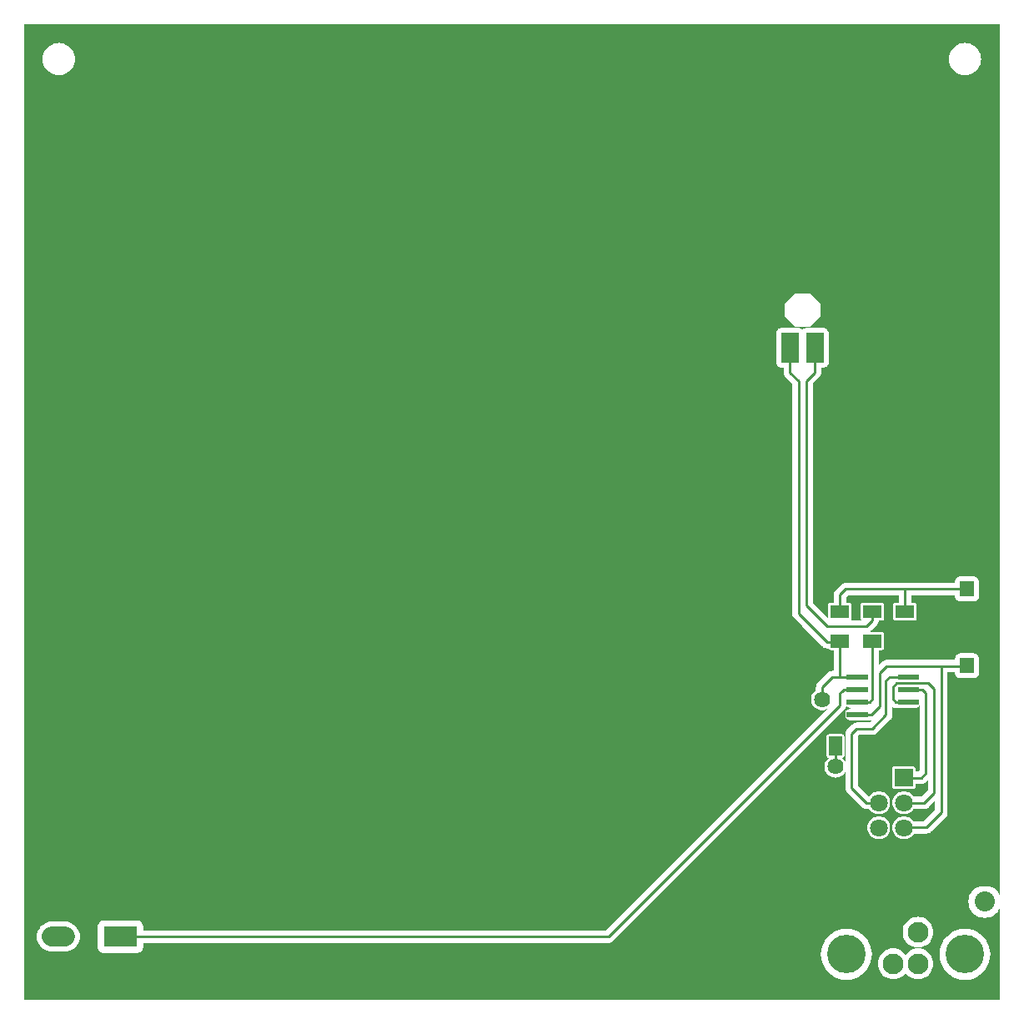
<source format=gbl>
G04 start of page 2 for group 10 layer_idx 1 *
G04 Title: (unknown), bottom_copper *
G04 Creator: pcb-rnd 3.1.4-dev *
G04 CreationDate: 2024-02-06 06:50:57 UTC *
G04 For: STEM4ukraine *
G04 Format: Gerber/RS-274X *
G04 PCB-Dimensions: 393701 393701 *
G04 PCB-Coordinate-Origin: lower left *
%MOIN*%
%FSLAX25Y25*%
%LNBOTTOM_COPPER_NONE_10*%
%ADD35C,0.1220*%
%ADD34C,0.0394*%
%ADD33C,0.0362*%
%ADD32C,0.0906*%
%ADD31C,0.0315*%
%ADD30C,0.0787*%
%ADD29C,0.0709*%
%ADD28C,0.0827*%
%ADD27C,0.1535*%
%ADD26C,0.0640*%
%ADD25C,0.0800*%
%ADD24C,0.0100*%
%ADD23C,0.0001*%
G54D23*G36*
X320998Y143183D02*X321061Y143109D01*
X321361Y142853D01*
X321361Y142853D01*
X321696Y142648D01*
X321988Y142526D01*
X322060Y142497D01*
X322152Y142475D01*
X322442Y142405D01*
X322835Y142374D01*
X322933Y142382D01*
X323269D01*
X323319Y142262D01*
X323401Y142128D01*
X323503Y142008D01*
X323623Y141906D01*
X323757Y141823D01*
X323903Y141763D01*
X324056Y141726D01*
X324213Y141714D01*
X324252Y141717D01*
X325453D01*
Y133406D01*
X324901D01*
X324803Y133413D01*
X324411Y133382D01*
X324028Y133290D01*
X323665Y133140D01*
X323329Y132934D01*
X323030Y132679D01*
X322966Y132604D01*
X319168Y128806D01*
X319093Y128742D01*
X318837Y128442D01*
X318632Y128107D01*
X318481Y127743D01*
X318389Y127361D01*
X318389Y127361D01*
X318358Y126969D01*
X318366Y126871D01*
Y125676D01*
X318272Y125618D01*
X317745Y125168D01*
X317295Y124641D01*
X316934Y124051D01*
X316669Y123411D01*
X316507Y122738D01*
X316453Y122047D01*
X316507Y121357D01*
X316669Y120683D01*
X316934Y120044D01*
X317295Y119453D01*
X317745Y118926D01*
X318272Y118477D01*
X318862Y118115D01*
X319502Y117850D01*
X320176Y117688D01*
X320866Y117634D01*
X321557Y117688D01*
X322230Y117850D01*
X322831Y118098D01*
X312992Y108260D01*
Y151189D01*
X320998Y143183D01*
G37*
G36*
X377943Y1969D02*Y9871D01*
X377953Y9870D01*
X379550Y9996D01*
X381107Y10370D01*
X382587Y10983D01*
X383953Y11820D01*
X385171Y12860D01*
X386212Y14078D01*
X387049Y15444D01*
X387662Y16924D01*
X388036Y18482D01*
X388130Y20079D01*
X388036Y21676D01*
X387662Y23233D01*
X387049Y24713D01*
X386212Y26079D01*
X385171Y27297D01*
X383953Y28338D01*
X382587Y29175D01*
X381107Y29788D01*
X379550Y30162D01*
X377953Y30287D01*
X377943Y30287D01*
Y130480D01*
X381418D01*
X381496Y130474D01*
X381809Y130499D01*
X381810Y130499D01*
X382116Y130572D01*
X382407Y130693D01*
X382675Y130857D01*
X382915Y131062D01*
X383119Y131301D01*
X383284Y131570D01*
X383404Y131860D01*
X383478Y132166D01*
X383502Y132480D01*
X383496Y132559D01*
Y138307D01*
X383502Y138386D01*
X383478Y138700D01*
X383404Y139006D01*
X383284Y139297D01*
X383119Y139565D01*
X382915Y139804D01*
X382675Y140009D01*
X382407Y140173D01*
X382116Y140294D01*
X381810Y140367D01*
X381496Y140392D01*
X381418Y140386D01*
X377943D01*
Y161189D01*
X381418D01*
X381496Y161183D01*
X381809Y161207D01*
X381810Y161208D01*
X382116Y161281D01*
X382407Y161401D01*
X382675Y161566D01*
X382915Y161770D01*
X383119Y162010D01*
X383284Y162278D01*
X383404Y162569D01*
X383478Y162875D01*
X383502Y163189D01*
X383496Y163267D01*
Y169016D01*
X383502Y169094D01*
X383478Y169408D01*
X383404Y169714D01*
X383284Y170005D01*
X383119Y170274D01*
X382915Y170513D01*
X382675Y170718D01*
X382407Y170882D01*
X382116Y171002D01*
X381810Y171076D01*
X381496Y171101D01*
X381418Y171094D01*
X377943D01*
Y371497D01*
X377953Y371496D01*
X378963Y371575D01*
X379948Y371812D01*
X380884Y372200D01*
X381748Y372729D01*
X382518Y373387D01*
X383176Y374158D01*
X383706Y375021D01*
X384094Y375957D01*
X384330Y376943D01*
X384390Y377953D01*
X384330Y378963D01*
X384094Y379948D01*
X383706Y380884D01*
X383176Y381748D01*
X382518Y382518D01*
X381748Y383176D01*
X380884Y383706D01*
X379948Y384094D01*
X378963Y384330D01*
X377953Y384410D01*
X377943Y384409D01*
Y391732D01*
X391732D01*
Y43909D01*
X391636Y44141D01*
X391102Y45013D01*
X390437Y45791D01*
X389659Y46456D01*
X388787Y46991D01*
X387842Y47382D01*
X386847Y47621D01*
X385827Y47701D01*
X384807Y47621D01*
X383812Y47382D01*
X382867Y46991D01*
X381994Y46456D01*
X381216Y45791D01*
X380552Y45013D01*
X380017Y44141D01*
X379626Y43196D01*
X379387Y42201D01*
X379307Y41181D01*
X379387Y40161D01*
X379626Y39166D01*
X380017Y38221D01*
X380552Y37349D01*
X381216Y36571D01*
X381994Y35906D01*
X382867Y35372D01*
X383812Y34980D01*
X384807Y34741D01*
X385827Y34661D01*
X386847Y34741D01*
X387842Y34980D01*
X388787Y35372D01*
X389659Y35906D01*
X390437Y36571D01*
X391102Y37349D01*
X391636Y38221D01*
X391732Y38453D01*
Y1969D01*
X377943D01*
G37*
G36*
X376063Y171094D02*X375984Y171101D01*
X375671Y171076D01*
X375670Y171076D01*
X375364Y171002D01*
X375073Y170882D01*
X374805Y170718D01*
X374566Y170513D01*
X374361Y170274D01*
X374197Y170005D01*
X374076Y169714D01*
X374003Y169408D01*
X373978Y169094D01*
X373984Y169016D01*
Y168642D01*
X354035D01*
X353937Y168649D01*
X353839Y168642D01*
X330413D01*
X330315Y168649D01*
X329923Y168619D01*
X329540Y168527D01*
X329176Y168376D01*
X328841Y168171D01*
X328542Y167915D01*
X328478Y167840D01*
X326253Y165616D01*
X326179Y165552D01*
X325923Y165252D01*
X325717Y164917D01*
X325567Y164553D01*
X325475Y164171D01*
X325475Y164170D01*
X325444Y163779D01*
X325452Y163681D01*
Y160645D01*
X324252D01*
X324213Y160648D01*
X324056Y160636D01*
X324056Y160636D01*
X323903Y160599D01*
X323757Y160539D01*
X323623Y160457D01*
X323503Y160354D01*
X323401Y160235D01*
X323319Y160100D01*
X323259Y159955D01*
X323222Y159802D01*
X323210Y159645D01*
X323213Y159606D01*
Y154566D01*
X323210Y154527D01*
X323222Y154370D01*
X323222Y154370D01*
X323235Y154316D01*
X317067Y160484D01*
Y248177D01*
X319691Y250801D01*
X319765Y250865D01*
X320021Y251164D01*
X320021Y251164D01*
X320227Y251499D01*
X320377Y251863D01*
X320469Y252246D01*
X320500Y252638D01*
X320492Y252736D01*
Y254654D01*
X321339D01*
X321417Y254647D01*
X321731Y254672D01*
X321731Y254672D01*
X322037Y254746D01*
X322328Y254866D01*
X322597Y255031D01*
X322836Y255235D01*
X323040Y255474D01*
X323205Y255743D01*
X323325Y256034D01*
X323399Y256340D01*
X323423Y256654D01*
X323417Y256732D01*
Y268386D01*
X323423Y268465D01*
X323399Y268778D01*
X323325Y269085D01*
X323205Y269375D01*
X323040Y269644D01*
X322836Y269883D01*
X322597Y270088D01*
X322328Y270252D01*
X322037Y270373D01*
X321731Y270446D01*
X321417Y270471D01*
X321339Y270465D01*
X314606D01*
X314528Y270471D01*
X314214Y270446D01*
X314214Y270446D01*
X313908Y270373D01*
X313617Y270252D01*
X313348Y270088D01*
X313109Y269883D01*
X312992Y269746D01*
Y270866D01*
X316142D01*
X320079Y275197D01*
Y279921D01*
X316142Y284252D01*
X312992D01*
Y391732D01*
X377943D01*
Y384409D01*
X376943Y384330D01*
X375957Y384094D01*
X375021Y383706D01*
X374158Y383176D01*
X373387Y382518D01*
X372729Y381748D01*
X372200Y380884D01*
X371812Y379948D01*
X371575Y378963D01*
X371496Y377953D01*
X371575Y376943D01*
X371812Y375957D01*
X372200Y375021D01*
X372729Y374158D01*
X373387Y373387D01*
X374158Y372729D01*
X375021Y372200D01*
X375957Y371812D01*
X376943Y371575D01*
X377943Y371497D01*
Y171094D01*
X376063D01*
G37*
G36*
Y140386D02*X375984Y140392D01*
X375671Y140367D01*
X375670Y140367D01*
X375364Y140294D01*
X375073Y140173D01*
X374805Y140009D01*
X374566Y139804D01*
X374361Y139565D01*
X374197Y139297D01*
X374076Y139006D01*
X374003Y138700D01*
X373978Y138386D01*
X373984Y138307D01*
Y137795D01*
X357432D01*
X357282Y137831D01*
X356890Y137862D01*
X356497Y137831D01*
X356348Y137795D01*
X346555D01*
X346163Y137772D01*
X345780Y137680D01*
X345417Y137530D01*
X345081Y137324D01*
X344782Y137068D01*
X344707Y136980D01*
X344689Y136965D01*
X343543Y135819D01*
Y141717D01*
X344646D01*
X344685Y141714D01*
X344842Y141726D01*
X344842Y141726D01*
X344995Y141763D01*
X345140Y141823D01*
X345274Y141906D01*
X345394Y142008D01*
X345496Y142128D01*
X345579Y142262D01*
X345639Y142407D01*
X345676Y142560D01*
X345688Y142717D01*
X345685Y142756D01*
Y147796D01*
X345688Y147835D01*
X345676Y147992D01*
X345676Y147992D01*
X345639Y148145D01*
X345579Y148290D01*
X345496Y148425D01*
X345394Y148544D01*
X345274Y148647D01*
X345140Y148729D01*
X344995Y148789D01*
X344842Y148826D01*
X344685Y148838D01*
X344646Y148835D01*
X339452D01*
X339721Y148947D01*
X340057Y149152D01*
X340356Y149408D01*
X340420Y149483D01*
X342643Y151706D01*
X342718Y151770D01*
X342974Y152069D01*
X343179Y152405D01*
X343330Y152768D01*
X343422Y153151D01*
X343451Y153527D01*
X344646D01*
X344685Y153524D01*
X344842Y153536D01*
X344842Y153536D01*
X344995Y153573D01*
X345140Y153633D01*
X345274Y153716D01*
X345394Y153818D01*
X345496Y153938D01*
X345579Y154072D01*
X345639Y154217D01*
X345676Y154370D01*
X345688Y154527D01*
X345685Y154566D01*
Y159606D01*
X345688Y159645D01*
X345676Y159802D01*
X345676Y159802D01*
X345639Y159955D01*
X345579Y160100D01*
X345496Y160235D01*
X345394Y160354D01*
X345274Y160457D01*
X345140Y160539D01*
X344995Y160599D01*
X344842Y160636D01*
X344685Y160648D01*
X344646Y160645D01*
X337244D01*
X337205Y160648D01*
X337048Y160636D01*
X337048Y160636D01*
X336895Y160599D01*
X336749Y160539D01*
X336615Y160457D01*
X336496Y160354D01*
X336393Y160235D01*
X336311Y160100D01*
X336251Y159955D01*
X336214Y159802D01*
X336202Y159645D01*
X336205Y159606D01*
Y154566D01*
X336202Y154527D01*
X336214Y154370D01*
X336214Y154370D01*
X336251Y154217D01*
X336311Y154072D01*
X336393Y153938D01*
X336496Y153818D01*
X336615Y153716D01*
X336672Y153681D01*
X332226D01*
X332282Y153716D01*
X332402Y153818D01*
X332504Y153938D01*
X332587Y154072D01*
X332647Y154217D01*
X332683Y154370D01*
X332696Y154527D01*
X332693Y154566D01*
Y159606D01*
X332696Y159645D01*
X332684Y159802D01*
X332683Y159802D01*
X332647Y159955D01*
X332587Y160100D01*
X332504Y160235D01*
X332402Y160354D01*
X332282Y160457D01*
X332148Y160539D01*
X332003Y160599D01*
X331850Y160636D01*
X331693Y160648D01*
X331654Y160645D01*
X330452D01*
Y162743D01*
X331350Y163642D01*
X351437D01*
Y160645D01*
X350236D01*
X350197Y160648D01*
X350040Y160635D01*
X350040Y160635D01*
X349887Y160599D01*
X349742Y160538D01*
X349607Y160456D01*
X349488Y160354D01*
X349385Y160234D01*
X349303Y160100D01*
X349243Y159955D01*
X349206Y159802D01*
X349194Y159645D01*
X349197Y159605D01*
Y154566D01*
X349194Y154527D01*
X349206Y154370D01*
X349206Y154370D01*
X349243Y154217D01*
X349303Y154071D01*
X349385Y153937D01*
X349488Y153817D01*
X349607Y153715D01*
X349742Y153633D01*
X349887Y153573D01*
X350040Y153536D01*
X350197Y153524D01*
X350236Y153527D01*
X357638D01*
X357677Y153524D01*
X357834Y153536D01*
X357834Y153536D01*
X357987Y153573D01*
X358132Y153633D01*
X358267Y153715D01*
X358386Y153817D01*
X358489Y153937D01*
X358571Y154071D01*
X358631Y154217D01*
X358668Y154370D01*
X358680Y154527D01*
X358677Y154566D01*
Y159605D01*
X358680Y159645D01*
X358668Y159801D01*
X358668Y159802D01*
X358631Y159955D01*
X358571Y160100D01*
X358489Y160234D01*
X358386Y160354D01*
X358267Y160456D01*
X358132Y160538D01*
X357987Y160599D01*
X357834Y160635D01*
X357677Y160648D01*
X357638Y160645D01*
X356437D01*
Y163642D01*
X373984D01*
Y163267D01*
X373978Y163189D01*
X374003Y162875D01*
X374076Y162569D01*
X374197Y162278D01*
X374361Y162010D01*
X374566Y161770D01*
X374805Y161566D01*
X375073Y161401D01*
X375364Y161281D01*
X375670Y161208D01*
X375984Y161183D01*
X376063Y161189D01*
X377943D01*
Y140386D01*
X376063D01*
G37*
G36*
X330599Y114489D02*X330672Y114483D01*
X330904Y114211D01*
X331203Y113955D01*
X331539Y113750D01*
X331902Y113599D01*
X332285Y113507D01*
X332677Y113484D01*
X340500D01*
X339752Y112736D01*
X334744D01*
X334646Y112744D01*
X334253Y112713D01*
X333871Y112621D01*
X333507Y112471D01*
X333172Y112265D01*
X332872Y112009D01*
X332809Y111935D01*
X330979Y110105D01*
X330904Y110041D01*
X330648Y109742D01*
X330535Y109557D01*
Y114504D01*
X330599Y114489D01*
G37*
G36*
Y119489D02*X330672Y119483D01*
X330904Y119211D01*
X331203Y118955D01*
X331539Y118750D01*
X331902Y118599D01*
X332285Y118507D01*
X332677Y118484D01*
X339594D01*
X339594Y118484D01*
X332677D01*
X332285Y118461D01*
X331902Y118369D01*
X331539Y118219D01*
X331203Y118013D01*
X330904Y117757D01*
X330672Y117485D01*
X330599Y117480D01*
X330599Y117480D01*
X330535Y117464D01*
Y119504D01*
X330599Y119489D01*
G37*
G36*
X354912Y76374D02*X355573Y76648D01*
X356183Y77022D01*
X356726Y77486D01*
X357191Y78030D01*
X357300Y78209D01*
X361516D01*
X361614Y78201D01*
X362006Y78232D01*
X362006Y78232D01*
X362389Y78324D01*
X362753Y78474D01*
X363088Y78680D01*
X363387Y78935D01*
X363451Y79010D01*
X366004Y81563D01*
Y77807D01*
X361563Y73366D01*
X357204D01*
X357191Y73387D01*
X356726Y73931D01*
X356183Y74396D01*
X355573Y74769D01*
X354912Y75043D01*
X354243Y75204D01*
Y76214D01*
X354912Y76374D01*
G37*
G36*
X357071Y86102D02*X357110Y86099D01*
X357267Y86112D01*
X357267Y86112D01*
X357420Y86148D01*
X357566Y86209D01*
X357700Y86291D01*
X357820Y86393D01*
X357922Y86513D01*
X358004Y86647D01*
X358064Y86792D01*
X358101Y86945D01*
X358113Y87102D01*
X358110Y87142D01*
Y88209D01*
X360296D01*
X360394Y88201D01*
X360786Y88232D01*
X360786Y88232D01*
X361169Y88324D01*
X361532Y88474D01*
X361868Y88680D01*
X362167Y88935D01*
X362231Y89010D01*
X363051Y89831D01*
Y85681D01*
X360579Y83209D01*
X357300D01*
X357191Y83387D01*
X356726Y83931D01*
X356183Y84396D01*
X355573Y84769D01*
X354912Y85043D01*
X354243Y85204D01*
Y86102D01*
X357071D01*
G37*
G36*
X357677Y118484D02*X358069Y118507D01*
X358452Y118599D01*
X358816Y118750D01*
X359151Y118955D01*
X359450Y119211D01*
X359683Y119483D01*
X359755Y119489D01*
X359756Y119489D01*
X359803Y119500D01*
Y93654D01*
X359358Y93209D01*
X358110D01*
Y94276D01*
X358113Y94315D01*
X358101Y94472D01*
X358101Y94472D01*
X358064Y94625D01*
X358004Y94770D01*
X357922Y94905D01*
X357820Y95024D01*
X357700Y95126D01*
X357566Y95209D01*
X357420Y95269D01*
X357267Y95306D01*
X357110Y95318D01*
X357071Y95315D01*
X354243D01*
Y118484D01*
X357677D01*
G37*
G36*
X354243Y1969D02*Y12645D01*
X354252Y12656D01*
X354823Y11988D01*
X355557Y11361D01*
X356380Y10856D01*
X357272Y10487D01*
X358211Y10262D01*
X359173Y10186D01*
X360136Y10262D01*
X361075Y10487D01*
X361967Y10856D01*
X362790Y11361D01*
X363524Y11988D01*
X364151Y12722D01*
X364655Y13545D01*
X365025Y14437D01*
X365250Y15376D01*
X365307Y16339D01*
X365250Y17301D01*
X365025Y18240D01*
X364655Y19132D01*
X364151Y19955D01*
X363524Y20689D01*
X362790Y21316D01*
X361967Y21821D01*
X361075Y22190D01*
X360136Y22416D01*
X359173Y22491D01*
X358211Y22416D01*
X357272Y22190D01*
X356380Y21821D01*
X355557Y21316D01*
X354823Y20689D01*
X354252Y20021D01*
X354243Y20032D01*
Y25265D01*
X354823Y24586D01*
X355557Y23959D01*
X356380Y23455D01*
X357272Y23085D01*
X358211Y22860D01*
X359173Y22784D01*
X360136Y22860D01*
X361075Y23085D01*
X361967Y23455D01*
X362790Y23959D01*
X363524Y24586D01*
X364151Y25320D01*
X364655Y26144D01*
X365025Y27036D01*
X365250Y27974D01*
X365307Y28937D01*
X365250Y29900D01*
X365025Y30838D01*
X364655Y31730D01*
X364151Y32554D01*
X363524Y33288D01*
X362790Y33915D01*
X361967Y34419D01*
X361075Y34789D01*
X360136Y35014D01*
X359173Y35090D01*
X358211Y35014D01*
X357272Y34789D01*
X356380Y34419D01*
X355557Y33915D01*
X354823Y33288D01*
X354243Y32609D01*
Y66214D01*
X354912Y66374D01*
X355573Y66648D01*
X356183Y67022D01*
X356726Y67486D01*
X357191Y68030D01*
X357397Y68366D01*
X362500D01*
X362598Y68358D01*
X362991Y68389D01*
X362991Y68389D01*
X363373Y68481D01*
X363737Y68632D01*
X364072Y68837D01*
X364372Y69093D01*
X364436Y69168D01*
X370202Y74935D01*
X370277Y74998D01*
X370533Y75298D01*
X370738Y75633D01*
X370889Y75997D01*
X370981Y76379D01*
X371012Y76772D01*
X371004Y76870D01*
Y132795D01*
X373984D01*
Y132559D01*
X373978Y132480D01*
X374003Y132166D01*
X374076Y131860D01*
X374197Y131570D01*
X374361Y131301D01*
X374566Y131062D01*
X374805Y130857D01*
X375073Y130693D01*
X375364Y130572D01*
X375670Y130499D01*
X375984Y130474D01*
X376063Y130480D01*
X377943D01*
Y30287D01*
X376356Y30162D01*
X374798Y29788D01*
X373318Y29175D01*
X371952Y28338D01*
X370734Y27297D01*
X369694Y26079D01*
X368857Y24713D01*
X368244Y23233D01*
X367870Y21676D01*
X367744Y20079D01*
X367870Y18482D01*
X368244Y16924D01*
X368857Y15444D01*
X369694Y14078D01*
X370734Y12860D01*
X371952Y11820D01*
X373318Y10983D01*
X374798Y10370D01*
X376356Y9996D01*
X377943Y9871D01*
Y1969D01*
X354243D01*
G37*
G36*
X343504Y76151D02*X344217Y76207D01*
X344912Y76374D01*
X345573Y76648D01*
X346183Y77022D01*
X346726Y77486D01*
X347191Y78030D01*
X347565Y78640D01*
X347838Y79300D01*
X348005Y79996D01*
X348047Y80709D01*
X348005Y81422D01*
X347838Y82117D01*
X347565Y82778D01*
X347191Y83387D01*
X346726Y83931D01*
X346183Y84396D01*
X345573Y84769D01*
X344912Y85043D01*
X344217Y85210D01*
X343504Y85266D01*
X343497Y85265D01*
Y109410D01*
X348057Y113970D01*
X348131Y114034D01*
X348387Y114333D01*
X348387Y114333D01*
X348593Y114669D01*
X348743Y115032D01*
X348835Y115415D01*
X348866Y115807D01*
X348858Y115905D01*
Y118921D01*
X349137Y118750D01*
X349501Y118599D01*
X349883Y118507D01*
X349883D01*
X350276Y118477D01*
X350374Y118484D01*
X354243D01*
Y95315D01*
X349937D01*
X349898Y95318D01*
X349741Y95306D01*
X349741Y95306D01*
X349588Y95269D01*
X349442Y95209D01*
X349308Y95126D01*
X349188Y95024D01*
X349086Y94905D01*
X349004Y94770D01*
X348944Y94625D01*
X348907Y94472D01*
X348895Y94315D01*
X348898Y94276D01*
Y87142D01*
X348895Y87102D01*
X348907Y86946D01*
X348907Y86945D01*
X348944Y86792D01*
X349004Y86647D01*
X349086Y86513D01*
X349188Y86393D01*
X349308Y86291D01*
X349442Y86209D01*
X349588Y86148D01*
X349741Y86112D01*
X349898Y86099D01*
X349937Y86102D01*
X354243D01*
Y85204D01*
X354217Y85210D01*
X353504Y85266D01*
X352791Y85210D01*
X352096Y85043D01*
X351435Y84769D01*
X350825Y84396D01*
X350281Y83931D01*
X349817Y83387D01*
X349443Y82778D01*
X349170Y82117D01*
X349003Y81422D01*
X348947Y80709D01*
X349003Y79996D01*
X349170Y79300D01*
X349443Y78640D01*
X349817Y78030D01*
X350281Y77486D01*
X350825Y77022D01*
X351435Y76648D01*
X352096Y76374D01*
X352791Y76207D01*
X353504Y76151D01*
X354217Y76207D01*
X354243Y76214D01*
Y75204D01*
X354217Y75210D01*
X353504Y75266D01*
X352791Y75210D01*
X352096Y75043D01*
X351435Y74769D01*
X350825Y74396D01*
X350281Y73931D01*
X349817Y73387D01*
X349443Y72778D01*
X349170Y72117D01*
X349003Y71422D01*
X348947Y70709D01*
X349003Y69996D01*
X349170Y69300D01*
X349443Y68640D01*
X349817Y68030D01*
X350281Y67486D01*
X350825Y67022D01*
X351435Y66648D01*
X352096Y66374D01*
X352791Y66207D01*
X353504Y66151D01*
X354217Y66207D01*
X354243Y66214D01*
Y32609D01*
X354196Y32554D01*
X353691Y31730D01*
X353322Y30838D01*
X353096Y29900D01*
X353020Y28937D01*
X353096Y27974D01*
X353322Y27036D01*
X353691Y26144D01*
X354196Y25320D01*
X354243Y25265D01*
Y20032D01*
X353681Y20689D01*
X352947Y21316D01*
X352124Y21821D01*
X351232Y22190D01*
X350293Y22416D01*
X349331Y22491D01*
X348368Y22416D01*
X347429Y22190D01*
X346537Y21821D01*
X345714Y21316D01*
X344980Y20689D01*
X344353Y19955D01*
X343849Y19132D01*
X343497Y18283D01*
Y66152D01*
X343504Y66151D01*
X344217Y66207D01*
X344912Y66374D01*
X345573Y66648D01*
X346183Y67022D01*
X346726Y67486D01*
X347191Y68030D01*
X347565Y68640D01*
X347838Y69300D01*
X348005Y69996D01*
X348047Y70709D01*
X348005Y71422D01*
X347838Y72117D01*
X347565Y72778D01*
X347191Y73387D01*
X346726Y73931D01*
X346183Y74396D01*
X345573Y74769D01*
X344912Y75043D01*
X344217Y75210D01*
X343504Y75266D01*
X343497Y75265D01*
Y76152D01*
X343504Y76151D01*
G37*
G36*
X343497Y1969D02*Y14394D01*
X343849Y13545D01*
X344353Y12722D01*
X344980Y11988D01*
X345714Y11361D01*
X346537Y10856D01*
X347429Y10487D01*
X348368Y10262D01*
X349331Y10186D01*
X350293Y10262D01*
X351232Y10487D01*
X352124Y10856D01*
X352947Y11361D01*
X353681Y11988D01*
X354243Y12645D01*
Y1969D01*
X343497D01*
G37*
G36*
X342791Y85210D02*X342096Y85043D01*
X341435Y84769D01*
X340825Y84396D01*
X340281Y83931D01*
X339817Y83387D01*
X339707Y83209D01*
X339618D01*
X335177Y87650D01*
Y107232D01*
X335681Y107736D01*
X340690D01*
X340787Y107729D01*
X341179Y107759D01*
X341180Y107759D01*
X341562Y107851D01*
X341926Y108002D01*
X342261Y108207D01*
X342561Y108463D01*
X342624Y108538D01*
X343497Y109410D01*
Y85265D01*
X342791Y85210D01*
G37*
G36*
X330535Y1969D02*Y9871D01*
X330551Y9870D01*
X332148Y9996D01*
X333706Y10370D01*
X335186Y10983D01*
X336552Y11820D01*
X337770Y12860D01*
X338810Y14078D01*
X339647Y15444D01*
X340260Y16924D01*
X340634Y18482D01*
X340728Y20079D01*
X340634Y21676D01*
X340260Y23233D01*
X339647Y24713D01*
X338810Y26079D01*
X337770Y27297D01*
X336552Y28338D01*
X335186Y29175D01*
X333706Y29788D01*
X332148Y30162D01*
X330551Y30287D01*
X330535Y30286D01*
Y85324D01*
X330648Y85140D01*
X330904Y84841D01*
X330979Y84777D01*
X336746Y79010D01*
X336809Y78935D01*
X337109Y78680D01*
X337109Y78680D01*
X337444Y78474D01*
X337657Y78386D01*
X337808Y78324D01*
X337900Y78302D01*
X338190Y78232D01*
X338583Y78201D01*
X338681Y78209D01*
X339707D01*
X339817Y78030D01*
X340281Y77486D01*
X340825Y77022D01*
X341435Y76648D01*
X342096Y76374D01*
X342791Y76207D01*
X343497Y76152D01*
Y75265D01*
X342791Y75210D01*
X342096Y75043D01*
X341435Y74769D01*
X340825Y74396D01*
X340281Y73931D01*
X339817Y73387D01*
X339443Y72778D01*
X339170Y72117D01*
X339003Y71422D01*
X338947Y70709D01*
X339003Y69996D01*
X339170Y69300D01*
X339443Y68640D01*
X339817Y68030D01*
X340281Y67486D01*
X340825Y67022D01*
X341435Y66648D01*
X342096Y66374D01*
X342791Y66207D01*
X343497Y66152D01*
Y18283D01*
X343479Y18240D01*
X343254Y17301D01*
X343178Y16339D01*
X343254Y15376D01*
X343479Y14437D01*
X343497Y14394D01*
Y1969D01*
X330535D01*
G37*
G36*
X312992D02*Y101189D01*
X329651Y117848D01*
X329726Y117912D01*
X329982Y118211D01*
X330187Y118547D01*
X330338Y118910D01*
X330430Y119293D01*
X330449Y119538D01*
X330449Y119537D01*
X330522Y119507D01*
X330535Y119504D01*
Y117464D01*
X330522Y117461D01*
X330449Y117431D01*
X330382Y117390D01*
X330323Y117339D01*
X330271Y117279D01*
X330230Y117212D01*
X330200Y117139D01*
X330182Y117063D01*
X330176Y116984D01*
X330177Y116965D01*
Y116082D01*
X330169Y115984D01*
X330177Y115886D01*
Y115004D01*
X330176Y114984D01*
X330182Y114906D01*
X330182Y114906D01*
X330200Y114829D01*
X330230Y114757D01*
X330271Y114689D01*
X330323Y114630D01*
X330382Y114578D01*
X330449Y114537D01*
X330522Y114507D01*
X330535Y114504D01*
Y109557D01*
X330443Y109406D01*
X330292Y109043D01*
X330200Y108660D01*
X330200Y108660D01*
X330169Y108268D01*
X330177Y108170D01*
Y96931D01*
X330114Y97083D01*
X329752Y97673D01*
X329302Y98200D01*
X328823Y98610D01*
X328897Y98616D01*
X328898Y98616D01*
X329051Y98652D01*
X329196Y98713D01*
X329330Y98795D01*
X329450Y98897D01*
X329552Y99017D01*
X329634Y99151D01*
X329695Y99296D01*
X329731Y99450D01*
X329744Y99606D01*
X329741Y99646D01*
Y107047D01*
X329744Y107086D01*
X329731Y107243D01*
X329731Y107243D01*
X329695Y107396D01*
X329634Y107542D01*
X329552Y107676D01*
X329450Y107796D01*
X329330Y107898D01*
X329196Y107980D01*
X329051Y108040D01*
X328898Y108077D01*
X328741Y108090D01*
X328701Y108086D01*
X323662D01*
X323623Y108090D01*
X323466Y108077D01*
X323466Y108077D01*
X323313Y108040D01*
X323167Y107980D01*
X323033Y107898D01*
X322913Y107796D01*
X322811Y107676D01*
X322729Y107542D01*
X322669Y107396D01*
X322632Y107243D01*
X322620Y107086D01*
X322623Y107047D01*
Y99646D01*
X322620Y99606D01*
X322632Y99450D01*
X322632Y99450D01*
X322669Y99296D01*
X322729Y99151D01*
X322811Y99017D01*
X322913Y98897D01*
X323033Y98795D01*
X323167Y98713D01*
X323313Y98652D01*
X323466Y98616D01*
X323540Y98610D01*
X323061Y98200D01*
X322611Y97673D01*
X322249Y97083D01*
X321984Y96443D01*
X321822Y95770D01*
X321768Y95079D01*
X321822Y94389D01*
X321984Y93715D01*
X322249Y93076D01*
X322611Y92485D01*
X323061Y91958D01*
X323587Y91509D01*
X324178Y91147D01*
X324818Y90882D01*
X325491Y90720D01*
X326182Y90666D01*
X326872Y90720D01*
X327545Y90882D01*
X328185Y91147D01*
X328776Y91509D01*
X329302Y91958D01*
X329752Y92485D01*
X330114Y93076D01*
X330177Y93228D01*
Y86712D01*
X330169Y86614D01*
X330200Y86222D01*
Y86222D01*
X330292Y85839D01*
X330443Y85476D01*
X330535Y85324D01*
Y30286D01*
X328954Y30162D01*
X327397Y29788D01*
X325917Y29175D01*
X324551Y28338D01*
X323333Y27297D01*
X322292Y26079D01*
X321455Y24713D01*
X320842Y23233D01*
X320468Y21676D01*
X320343Y20079D01*
X320468Y18482D01*
X320842Y16924D01*
X321455Y15444D01*
X322292Y14078D01*
X323333Y12860D01*
X324551Y11820D01*
X325917Y10983D01*
X327397Y10370D01*
X328954Y9996D01*
X330535Y9871D01*
Y1969D01*
X312992D01*
G37*
G36*
X312972Y269723D02*X312836Y269883D01*
X312597Y270088D01*
X312328Y270252D01*
X312037Y270373D01*
X311731Y270446D01*
X311417Y270471D01*
X311339Y270465D01*
X304606D01*
X304528Y270471D01*
X304214Y270446D01*
X304214Y270446D01*
X303908Y270373D01*
X303617Y270252D01*
X303348Y270088D01*
X303109Y269883D01*
X302905Y269644D01*
X302740Y269375D01*
X302620Y269085D01*
X302546Y268778D01*
X302521Y268465D01*
X302528Y268386D01*
Y256732D01*
X302521Y256654D01*
X302546Y256340D01*
X302620Y256034D01*
X302740Y255743D01*
X302905Y255474D01*
X303109Y255235D01*
X303348Y255031D01*
X303617Y254866D01*
X303908Y254746D01*
X304214Y254672D01*
X304528Y254647D01*
X304606Y254654D01*
X305492D01*
Y252736D01*
X305484Y252638D01*
X305515Y252246D01*
X305585Y251955D01*
X305607Y251863D01*
X305670Y251712D01*
X305758Y251499D01*
X305963Y251164D01*
X305963Y251164D01*
X306219Y250865D01*
X306294Y250801D01*
X308917Y248177D01*
Y156397D01*
X308910Y156299D01*
X308940Y155907D01*
Y155907D01*
X309032Y155524D01*
X309183Y155161D01*
X309389Y154825D01*
X309644Y154526D01*
X309719Y154462D01*
X312992Y151189D01*
Y108260D01*
X234398Y29665D01*
X207374D01*
Y391732D01*
X312992D01*
Y284252D01*
X309843D01*
X305906Y279921D01*
Y275197D01*
X309843Y270866D01*
X312992D01*
Y269746D01*
X312972Y269723D01*
G37*
G36*
X207374Y1969D02*Y24665D01*
X235335D01*
X235433Y24658D01*
X235825Y24689D01*
X235825Y24689D01*
X236208Y24780D01*
X236572Y24931D01*
X236907Y25137D01*
X237206Y25392D01*
X237270Y25467D01*
X312992Y101189D01*
Y1969D01*
X207374D01*
G37*
G36*
X15738D02*Y21165D01*
X18110D01*
X19052Y21221D01*
X19970Y21441D01*
X20843Y21803D01*
X21648Y22296D01*
X22366Y22910D01*
X22979Y23628D01*
X23473Y24433D01*
X23834Y25306D01*
X24055Y26224D01*
X24129Y27165D01*
X24055Y28107D01*
X23834Y29025D01*
X23473Y29898D01*
X22979Y30703D01*
X22366Y31421D01*
X21648Y32034D01*
X20843Y32528D01*
X19970Y32889D01*
X19052Y33110D01*
X18110Y33165D01*
X15738D01*
Y371497D01*
X15748Y371496D01*
X16758Y371575D01*
X17743Y371812D01*
X18679Y372200D01*
X19543Y372729D01*
X20314Y373387D01*
X20972Y374158D01*
X21501Y375021D01*
X21889Y375957D01*
X22125Y376943D01*
X22185Y377953D01*
X22125Y378963D01*
X21889Y379948D01*
X21501Y380884D01*
X20972Y381748D01*
X20314Y382518D01*
X19543Y383176D01*
X18679Y383706D01*
X17743Y384094D01*
X16758Y384330D01*
X15748Y384410D01*
X15738Y384409D01*
Y391732D01*
X207374D01*
Y29665D01*
X49453D01*
Y31067D01*
X49460Y31165D01*
X49430Y31558D01*
X49338Y31940D01*
X49187Y32304D01*
X48981Y32639D01*
X48726Y32939D01*
X48427Y33194D01*
X48091Y33400D01*
X47728Y33550D01*
X47345Y33642D01*
X46953Y33673D01*
X46855Y33665D01*
X33851D01*
X33753Y33673D01*
X33361Y33642D01*
X33360Y33642D01*
X32978Y33550D01*
X32614Y33400D01*
X32279Y33194D01*
X31979Y32939D01*
X31724Y32639D01*
X31518Y32304D01*
X31368Y31940D01*
X31276Y31558D01*
X31245Y31165D01*
X31253Y31067D01*
Y23263D01*
X31245Y23165D01*
X31276Y22773D01*
X31368Y22390D01*
X31518Y22027D01*
X31724Y21691D01*
X31979Y21392D01*
X32279Y21137D01*
X32614Y20931D01*
X32978Y20780D01*
X33360Y20689D01*
X33753Y20658D01*
X33851Y20665D01*
X46855D01*
X46953Y20658D01*
X47345Y20688D01*
X47345Y20689D01*
X47728Y20780D01*
X48091Y20931D01*
X48427Y21137D01*
X48726Y21392D01*
X48981Y21691D01*
X49187Y22027D01*
X49338Y22390D01*
X49430Y22773D01*
X49460Y23165D01*
X49453Y23263D01*
Y24665D01*
X207374D01*
Y1969D01*
X15738D01*
G37*
G36*
X1969D02*Y391732D01*
X15738D01*
Y384409D01*
X14738Y384330D01*
X13753Y384094D01*
X12817Y383706D01*
X11953Y383176D01*
X11182Y382518D01*
X10524Y381748D01*
X9995Y380884D01*
X9607Y379948D01*
X9371Y378963D01*
X9291Y377953D01*
X9371Y376943D01*
X9607Y375957D01*
X9995Y375021D01*
X10524Y374158D01*
X11182Y373387D01*
X11953Y372729D01*
X12817Y372200D01*
X13753Y371812D01*
X14738Y371575D01*
X15738Y371497D01*
Y33165D01*
X12953D01*
X12011Y33110D01*
X11093Y32889D01*
X10220Y32528D01*
X9415Y32034D01*
X8697Y31421D01*
X8084Y30703D01*
X7590Y29898D01*
X7229Y29025D01*
X7008Y28107D01*
X6934Y27165D01*
X7008Y26224D01*
X7229Y25306D01*
X7590Y24433D01*
X8084Y23628D01*
X8697Y22910D01*
X9415Y22296D01*
X10220Y21803D01*
X11093Y21441D01*
X12011Y21221D01*
X12953Y21165D01*
X15738D01*
Y1969D01*
X1969D01*
G37*
G54D24*X332677Y130906D02*X324803D01*
X332677Y120984D02*X339882D01*
X341043Y122146D01*
X327953Y124409D02*X329528Y125984D01*
X328740Y125197D01*
X332677Y125984D02*X329528D01*
X332677Y115984D02*X340630D01*
X342224Y117579D01*
X340630Y115984D02*X343799Y119154D01*
X320866Y126969D02*Y122047D01*
X327953Y119685D02*Y124409D01*
X340787Y110236D02*X346358Y115807D01*
X332677Y86614D02*X338583Y80709D01*
X332677Y86614D02*Y108268D01*
X340787Y110236D02*X334646D01*
X332677Y108268D02*X334646Y110236D01*
X326182Y103346D02*Y95079D01*
X343799Y119154D02*Y132539D01*
X346358Y115807D02*Y129390D01*
X341043Y122146D02*Y145178D01*
X338583Y151181D02*X322835D01*
X314567Y249213D02*Y159449D01*
X317992Y252638D02*Y262559D01*
X314567Y249213D02*X317992Y252638D01*
X324803Y130906D02*X320866Y126969D01*
X327953Y145275D02*Y130906D01*
Y144882D02*X322835D01*
X307992Y252638D02*Y262559D01*
X311417Y249213D02*X307992Y252638D01*
X311417Y249213D02*Y156299D01*
X322835Y144882D01*
X338583Y80709D02*X343504D01*
X353504Y90709D02*X360394D01*
X361614Y80709D02*X365551Y84646D01*
X353504Y80709D02*X361614D01*
X362598Y70866D02*X353661D01*
X327953Y119685D02*X235433Y27165D01*
X360394Y90709D02*X362303Y92618D01*
X368504Y76772D02*X362598Y70866D01*
X353661D02*X353504Y70709D01*
X37795Y27165D02*X235433D01*
X343799Y132539D02*X346457Y135197D01*
X379134Y166142D02*X330315D01*
X341043Y145178D02*X340945Y145276D01*
Y157087D02*Y153543D01*
X338583Y151181D01*
X353937Y157086D02*Y166142D01*
X347953Y130984D02*X346358Y129390D01*
X356890Y135354D02*X356831Y135295D01*
X378602D02*X378937Y135630D01*
X357677Y130984D02*X347953D01*
X378602Y135295D02*X346555D01*
X350492Y128406D02*X363287D01*
X327952Y157086D02*X327953Y157085D01*
X322835Y151181D02*X314567Y159449D01*
X322835Y144882D02*X317323Y150394D01*
X327952Y157086D02*Y163779D01*
X330315Y166142D01*
X360787Y125984D02*X357677D01*
X362303Y124469D02*X360787Y125984D01*
X363287Y128406D02*X365551Y126142D01*
Y84646D01*
X368504Y76772D02*Y135039D01*
X362303Y124469D02*Y92618D01*
X357677Y120984D02*X350276D01*
X349114Y122106D02*Y127028D01*
X350492Y128406D01*
X350276Y120984D02*X349114Y122146D01*
G54D25*X18110Y27165D02*X12953D01*
G54D23*G36*
X46953Y23165D02*X33753D01*
Y31165D01*
X46953D01*
Y23165D01*
G37*
G36*
X337205Y159645D02*Y154527D01*
X344685D01*
Y159645D01*
X337205D01*
G37*
G36*
X350197Y159645D02*Y154527D01*
X357677D01*
Y159645D01*
X350197D01*
G37*
G36*
X375984Y163189D02*Y169094D01*
X381496D01*
Y163189D01*
X375984D01*
G37*
G36*
X330677Y131984D02*X339177D01*
Y129984D01*
X330677D01*
Y131984D01*
G37*
G36*
X337205Y147835D02*Y142717D01*
X344685D01*
Y147835D01*
X337205D01*
G37*
G36*
X350197Y147835D02*Y142717D01*
X357677D01*
Y147835D01*
X350197D01*
G37*
G36*
X375984Y132480D02*Y138386D01*
X381496D01*
Y132480D01*
X375984D01*
G37*
G36*
X330677Y126984D02*X339177D01*
Y124984D01*
X330677D01*
Y126984D01*
G37*
G36*
X359677Y124984D02*X351177D01*
Y126984D01*
X359677D01*
Y124984D01*
G37*
G36*
Y129984D02*X351177D01*
Y131984D01*
X359677D01*
Y129984D01*
G37*
G54D26*X320866Y122047D03*
G54D23*G36*
X330677Y121984D02*X339177D01*
Y119984D01*
X330677D01*
Y121984D01*
G37*
G36*
X359677Y119984D02*X351177D01*
Y121984D01*
X359677D01*
Y119984D01*
G37*
G36*
X331693Y154527D02*Y159645D01*
X324213D01*
Y154527D01*
X331693D01*
G37*
G36*
Y142717D02*Y147835D01*
X324213D01*
Y142717D01*
X331693D01*
G37*
G54D26*X326182Y95079D03*
G54D23*G36*
X330677Y116984D02*X339177D01*
Y114984D01*
X330677D01*
Y116984D01*
G37*
G36*
X359677Y114984D02*X351177D01*
Y116984D01*
X359677D01*
Y114984D01*
G37*
G36*
X335433Y99606D02*X340551D01*
Y107086D01*
X335433D01*
Y99606D01*
G37*
G36*
X323623D02*X328741D01*
Y107086D01*
X323623D01*
Y99606D01*
G37*
G54D27*X377953Y20079D03*
X330551D03*
G54D28*X349331Y28937D03*
Y16339D03*
X359173D03*
Y28937D03*
G54D23*G36*
X357110Y87102D02*X349898D01*
Y94315D01*
X357110D01*
Y87102D01*
G37*
G54D29*X353504Y80709D03*
X343504D03*
X353504Y70709D03*
X343504D03*
Y90709D03*
G54D23*G36*
X311417Y256654D02*X304528D01*
Y268465D01*
X311417D01*
Y256654D01*
G37*
G36*
X321417D02*X314528D01*
Y268465D01*
X321417D01*
Y256654D01*
G37*
G36*
X389827Y47181D02*X381827D01*
Y55181D01*
X389827D01*
Y47181D01*
G37*
G54D25*X385827Y41181D03*
G54D30*G54D31*G54D32*G54D33*G54D34*G54D35*G54D34*M02*

</source>
